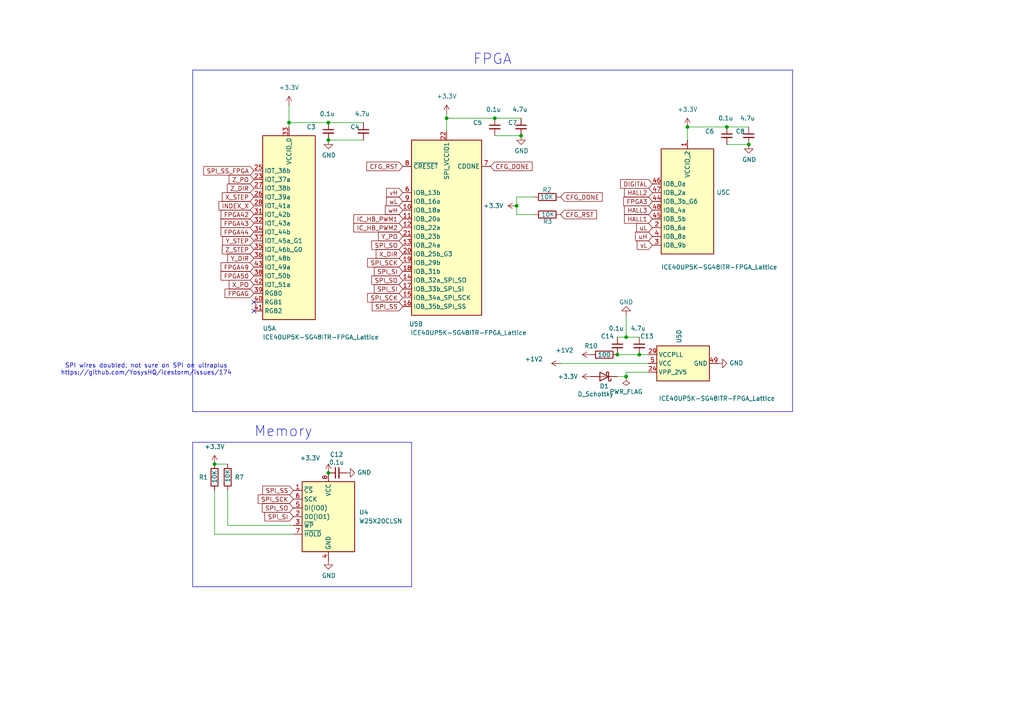
<source format=kicad_sch>
(kicad_sch (version 20231120) (generator "eeschema") (generator_version "8.0")
  (paper "A4")
  (title_block (title "Firestarter ") (date "2024-10-26") (company "Hexastorm") (comment 1 "v1"))
  (lib_symbols
    (symbol "Device:C_Small" (pin_numbers hide) (pin_names (offset 0.254) hide)
      (property "Reference" "C" (at 0.254 1.778 0))
      (property "Value" "C_Small" (at 0.254 -2.032 0))
      (symbol "C_Small_0_1"
        (polyline (pts (xy -1.524 -0.508) (xy 1.524 -0.508)) (stroke (width 0.3302)))
        (polyline (pts (xy -1.524 0.508) (xy 1.524 0.508)) (stroke (width 0.3048)))
      )
      (symbol "C_Small_1_1"
        (pin passive line (at 0 2.54 270) (length 2.032) (name "~") (number "1"))
        (pin passive line (at 0 -2.54 90) (length 2.032) (name "~") (number "2"))
      )
    )
    (symbol "Device:D_Schottky" (pin_numbers hide) (pin_names (offset 1.016) hide)
      (property "Reference" "D" (at 0 2.54 0))
      (property "Value" "D_Schottky" (at 0 -2.54 0))
      (symbol "D_Schottky_0_1"
        (polyline (pts (xy 1.27 0) (xy -1.27 0)))
        (polyline (pts (xy 1.27 1.27) (xy 1.27 -1.27) (xy -1.27 0) (xy 1.27 1.27)) (stroke (width 0.254)))
        (polyline (pts (xy -1.905 0.635) (xy -1.905 1.27) (xy -1.27 1.27) (xy -1.27 -1.27) (xy -0.635 -1.27) (xy -0.635 -0.635)) (stroke (width 0.254)))
      )
      (symbol "D_Schottky_1_1"
        (pin passive line (at -3.81 0 0) (length 2.54) (name "K") (number "1"))
        (pin passive line (at 3.81 0 180) (length 2.54) (name "A") (number "2"))
      )
    )
    (symbol "Device:R" (pin_numbers hide) (pin_names (offset 0))
      (property "Reference" "R" (at 2.032 0 90))
      (property "Value" "R" (at 0 0 90))
      (symbol "R_0_1"
        (rectangle (start -1.016 -2.54) (end 1.016 2.54) (stroke (width 0.254)))
      )
      (symbol "R_1_1"
        (pin passive line (at 0 3.81 270) (length 1.27) (name "~") (number "1"))
        (pin passive line (at 0 -3.81 90) (length 1.27) (name "~") (number "2"))
      )
    )
    (symbol "Memory_Flash:W25X20CLSN"
      (property "Reference" "U" (at -7.62 10.16 0))
      (property "Value" "W25X20CLSN" (at 2.54 10.16 0))
      (symbol "W25X20CLSN_0_1"
        (rectangle (start -7.62 10.16) (end 7.62 -10.16) (stroke (width 0.254)) (fill (type background)))
      )
      (symbol "W25X20CLSN_1_1"
        (pin input line (at -10.16 7.62 0) (length 2.54) (name "~{CS}") (number "1"))
        (pin bidirectional line (at -10.16 0 0) (length 2.54) (name "DO(IO1)") (number "2"))
        (pin bidirectional line (at -10.16 -2.54 0) (length 2.54) (name "~{WP}") (number "3"))
        (pin power_in line (at 0 -12.7 90) (length 2.54) (name "GND") (number "4"))
        (pin bidirectional line (at -10.16 2.54 0) (length 2.54) (name "DI(IO0)") (number "5"))
        (pin input line (at -10.16 5.08 0) (length 2.54) (name "SCK") (number "6"))
        (pin bidirectional line (at -10.16 -5.08 0) (length 2.54) (name "~{HOLD}") (number "7"))
        (pin power_in line (at 0 12.7 270) (length 2.54) (name "VCC") (number "8"))
      )
    )
    (symbol "compute_library:ICE40UP5K-SG48ITR-FPGA_Lattice"
      (property "Reference" "U" (at -8.89 -29.21 0))
      (property "Value" "ICE40UP5K-SG48ITR-FPGA_Lattice" (at 0 -31.75 0))
      (symbol "ICE40UP5K-SG48ITR-FPGA_Lattice_1_1"
        (rectangle (start -7.62 25.4) (end 7.62 -27.94) (stroke (width 0.254)) (fill (type background)))
        (pin bidirectional line (at -10.16 12.7 0) (length 2.54) (name "IOT_37a") (number "23"))
        (pin bidirectional line (at -10.16 15.24 0) (length 2.54) (name "IOT_36b") (number "25"))
        (pin bidirectional line (at -10.16 7.62 0) (length 2.54) (name "IOT_39a") (number "26"))
        (pin bidirectional line (at -10.16 10.16 0) (length 2.54) (name "IOT_38b") (number "27"))
        (pin bidirectional line (at -10.16 5.08 0) (length 2.54) (name "IOT_41a") (number "28"))
        (pin bidirectional line (at -10.16 2.54 0) (length 2.54) (name "IOT_42b") (number "31"))
        (pin bidirectional line (at -10.16 0 0) (length 2.54) (name "IOT_43a") (number "32"))
        (pin power_in line (at 0 27.94 270) (length 2.54) (name "VCCIO_0") (number "33"))
        (pin bidirectional line (at -10.16 -2.54 0) (length 2.54) (name "IOT_44b") (number "34"))
        (pin bidirectional line (at -10.16 -7.62 0) (length 2.54) (name "IOT_46b_G0") (number "35"))
        (pin bidirectional line (at -10.16 -10.16 0) (length 2.54) (name "IOT_48b") (number "36"))
        (pin bidirectional line (at -10.16 -5.08 0) (length 2.54) (name "IOT_45a_G1") (number "37"))
        (pin bidirectional line (at -10.16 -15.24 0) (length 2.54) (name "IOT_50b") (number "38"))
        (pin open_collector line (at -10.16 -20.32 0) (length 2.54) (name "RGB0") (number "39"))
        (pin open_collector line (at -10.16 -22.86 0) (length 2.54) (name "RGB1") (number "40"))
        (pin open_collector line (at -10.16 -25.4 0) (length 2.54) (name "RGB2") (number "41"))
        (pin bidirectional line (at -10.16 -17.78 0) (length 2.54) (name "IOT_51a") (number "42"))
        (pin bidirectional line (at -10.16 -12.7 0) (length 2.54) (name "IOT_49a") (number "43"))
      )
      (symbol "ICE40UP5K-SG48ITR-FPGA_Lattice_2_1"
        (rectangle (start -10.16 25.4) (end 10.16 -25.4) (stroke (width 0.254)) (fill (type background)))
        (pin bidirectional line (at -12.7 5.08 0) (length 2.54) (name "IOB_18a") (number "10"))
        (pin bidirectional line (at -12.7 2.54 0) (length 2.54) (name "IOB_20a") (number "11"))
        (pin bidirectional line (at -12.7 0 0) (length 2.54) (name "IOB_22a") (number "12"))
        (pin bidirectional line (at -12.7 -5.08 0) (length 2.54) (name "IOB_24a") (number "13"))
        (pin bidirectional line (at -12.7 -15.24 0) (length 2.54) (name "IOB_32a_SPI_SO") (number "14"))
        (pin bidirectional line (at -12.7 -20.32 0) (length 2.54) (name "IOB_34a_SPI_SCK") (number "15"))
        (pin bidirectional line (at -12.7 -22.86 0) (length 2.54) (name "IOB_35b_SPI_SS") (number "16"))
        (pin bidirectional line (at -12.7 -17.78 0) (length 2.54) (name "IOB_33b_SPI_SI") (number "17"))
        (pin bidirectional line (at -12.7 -12.7 0) (length 2.54) (name "IOB_31b") (number "18"))
        (pin bidirectional line (at -12.7 -10.16 0) (length 2.54) (name "IOB_29b") (number "19"))
        (pin bidirectional line (at -12.7 -7.62 0) (length 2.54) (name "IOB_25b_G3") (number "20"))
        (pin bidirectional line (at -12.7 -2.54 0) (length 2.54) (name "IOB_23b") (number "21"))
        (pin power_in line (at 0 27.94 270) (length 2.54) (name "SPI_VCCIO1") (number "22"))
        (pin bidirectional line (at -12.7 10.16 0) (length 2.54) (name "IOB_13b") (number "6"))
        (pin open_collector line (at 12.7 17.78 180) (length 2.54) (name "CDONE") (number "7"))
        (pin input line (at -12.7 17.78 0) (length 2.54) (name "~{CRESET}") (number "8"))
        (pin bidirectional line (at -12.7 7.62 0) (length 2.54) (name "IOB_16a") (number "9"))
      )
      (symbol "ICE40UP5K-SG48ITR-FPGA_Lattice_3_1"
        (rectangle (start -7.62 15.24) (end 7.62 -15.24) (stroke (width 0.254)) (fill (type background)))
        (pin power_in line (at 0 17.78 270) (length 2.54) (name "VCCIO_2") (number "1"))
        (pin bidirectional line (at -10.16 -7.62 0) (length 2.54) (name "IOB_6a") (number "2"))
        (pin bidirectional line (at -10.16 -12.7 0) (length 2.54) (name "IOB_9b") (number "3"))
        (pin bidirectional line (at -10.16 -10.16 0) (length 2.54) (name "IOB_8a") (number "4"))
        (pin bidirectional line (at -10.16 0 0) (length 2.54) (name "IOB_3b_G6") (number "44"))
        (pin bidirectional line (at -10.16 -5.08 0) (length 2.54) (name "IOB_5b") (number "45"))
        (pin bidirectional line (at -10.16 5.08 0) (length 2.54) (name "IOB_0a") (number "46"))
        (pin bidirectional line (at -10.16 2.54 0) (length 2.54) (name "IOB_2a") (number "47"))
        (pin bidirectional line (at -10.16 -2.54 0) (length 2.54) (name "IOB_4a") (number "48"))
      )
      (symbol "ICE40UP5K-SG48ITR-FPGA_Lattice_4_1"
        (rectangle (start -5.08 7.62) (end 5.08 -7.62) (stroke (width 0.254)) (fill (type background)))
        (pin power_in line (at -2.54 10.16 270) (length 2.54) (name "VPP_2V5") (number "24"))
        (pin power_out line (at 2.54 10.16 270) (length 2.54) (name "VCCPLL") (number "29"))
        (pin passive line (at 0 10.16 270) (length 2.54) hide (name "VCC") (number "30"))
        (pin power_in line (at 0 -10.16 90) (length 2.54) (name "GND") (number "49"))
        (pin power_in line (at 0 10.16 270) (length 2.54) (name "VCC") (number "5"))
      )
    )
    (symbol "power:+1V2" (power) (pin_numbers hide) (pin_names (offset 0) hide)
      (property "Value" "+1V2" (at 0 3.556 0))
      (symbol "+1V2_0_1"
        (polyline (pts (xy -0.762 1.27) (xy 0 2.54)))
        (polyline (pts (xy 0 0) (xy 0 2.54)))
        (polyline (pts (xy 0 2.54) (xy 0.762 1.27)))
      )
      (symbol "+1V2_1_1"
        (pin power_in line (at 0 0 90) (length 0) (name "~") (number "1"))
      )
    )
    (symbol "power:+3.3V" (power) (pin_numbers hide) (pin_names (offset 0) hide)
      (property "Value" "+3.3V" (at 0 3.556 0))
      (symbol "+3.3V_0_1"
        (polyline (pts (xy -0.762 1.27) (xy 0 2.54)))
        (polyline (pts (xy 0 0) (xy 0 2.54)))
        (polyline (pts (xy 0 2.54) (xy 0.762 1.27)))
      )
      (symbol "+3.3V_1_1"
        (pin power_in line (at 0 0 90) (length 0) (name "~") (number "1"))
      )
    )
    (symbol "power:GND" (power) (pin_numbers hide) (pin_names (offset 0) hide)
      (property "Value" "GND" (at 0 -3.81 0))
      (symbol "GND_0_1"
        (polyline (pts (xy 0 0) (xy 0 -1.27) (xy 1.27 -1.27) (xy 0 -2.54) (xy -1.27 -1.27) (xy 0 -1.27)))
      )
      (symbol "GND_1_1"
        (pin power_in line (at 0 0 270) (length 0) (name "~") (number "1"))
      )
    )
    (symbol "power:PWR_FLAG" (power) (pin_numbers hide) (pin_names (offset 0) hide)
      (property "Value" "PWR_FLAG" (at 0 3.81 0))
      (symbol "PWR_FLAG_0_0"
        (pin power_out line (at 0 0 90) (length 0) (name "~") (number "1"))
      )
      (symbol "PWR_FLAG_0_1"
        (polyline (pts (xy 0 0) (xy 0 1.27) (xy -1.016 1.905) (xy 0 2.54) (xy 1.016 1.905) (xy 0 1.27)))
      )
    )
  )
  (junction (at 83.82 35.56))
  (junction (at 179.07 102.87))
  (junction (at 210.82 36.83))
  (junction (at 181.61 97.79))
  (junction (at 95.25 35.56))
  (junction (at 62.23 134.62))
  (junction (at 185.42 102.87))
  (junction (at 143.51 34.29))
  (junction (at 181.61 109.22))
  (junction (at 199.39 36.83))
  (junction (at 129.54 34.29))
  (junction (at 151.13 39.37))
  (junction (at 95.25 40.64))
  (junction (at 95.25 137.16))
  (junction (at 217.17 41.91))
  (junction (at 149.86 59.69))
  (no_connect (at 73.66 90.17))
  (no_connect (at 73.66 87.63))
  (wire (pts (xy 83.82 36.83) (xy 83.82 35.56)))
  (wire (pts (xy 149.86 57.15) (xy 149.86 59.69)))
  (wire (pts (xy 179.07 102.87) (xy 185.42 102.87)))
  (wire (pts (xy 62.23 154.94) (xy 85.09 154.94)))
  (polyline (pts (xy 55.88 20.32) (xy 229.87 20.32)))
  (wire (pts (xy 181.61 91.44) (xy 181.61 97.79)))
  (wire (pts (xy 210.82 41.91) (xy 217.17 41.91)))
  (polyline (pts (xy 55.88 20.32) (xy 55.88 119.38)))
  (wire (pts (xy 66.04 152.4) (xy 85.09 152.4)))
  (wire (pts (xy 199.39 36.83) (xy 199.39 40.64)))
  (wire (pts (xy 83.82 35.56) (xy 95.25 35.56)))
  (wire (pts (xy 149.86 62.23) (xy 154.94 62.23)))
  (wire (pts (xy 66.04 134.62) (xy 62.23 134.62)))
  (wire (pts (xy 210.82 36.83) (xy 217.17 36.83)))
  (wire (pts (xy 185.42 102.87) (xy 187.96 102.87)))
  (polyline (pts (xy 55.88 128.27) (xy 119.38 128.27)))
  (polyline (pts (xy 229.87 20.32) (xy 229.87 119.38)))
  (wire (pts (xy 129.54 34.29) (xy 143.51 34.29)))
  (wire (pts (xy 143.51 39.37) (xy 151.13 39.37)))
  (wire (pts (xy 179.07 109.22) (xy 181.61 109.22)))
  (wire (pts (xy 129.54 34.29) (xy 129.54 33.02)))
  (wire (pts (xy 181.61 109.22) (xy 181.61 107.95)))
  (wire (pts (xy 62.23 154.94) (xy 62.23 142.24)))
  (polyline (pts (xy 119.38 170.18) (xy 55.88 170.18)))
  (wire (pts (xy 95.25 35.56) (xy 105.41 35.56)))
  (wire (pts (xy 154.94 57.15) (xy 149.86 57.15)))
  (wire (pts (xy 149.86 59.69) (xy 149.86 62.23)))
  (wire (pts (xy 162.56 105.41) (xy 187.96 105.41)))
  (wire (pts (xy 143.51 34.29) (xy 151.13 34.29)))
  (wire (pts (xy 179.07 97.79) (xy 181.61 97.79)))
  (polyline (pts (xy 55.88 128.27) (xy 55.88 170.18)))
  (wire (pts (xy 105.41 40.64) (xy 95.25 40.64)))
  (wire (pts (xy 181.61 97.79) (xy 185.42 97.79)))
  (wire (pts (xy 181.61 107.95) (xy 187.96 107.95)))
  (polyline (pts (xy 119.38 128.27) (xy 119.38 170.18)))
  (wire (pts (xy 83.82 35.56) (xy 83.82 30.48)))
  (wire (pts (xy 66.04 142.24) (xy 66.04 152.4)))
  (wire (pts (xy 199.39 36.83) (xy 210.82 36.83)))
  (polyline (pts (xy 229.87 119.38) (xy 55.88 119.38)))
  (wire (pts (xy 129.54 38.1) (xy 129.54 34.29)))
  (text "FPGA" (at 137.16 19.05 0) (effects (font (size 3 3)) (justify left bottom)))
  (text "SPI wires doubled, not sure on SPI on ultraplus\nhttps://github.com/YosysHQ/icestorm/issues/174" (at 42.418 107.188 0) (effects (font (size 1.27 1.27))))
  (text "Memory" (at 73.66 127 0) (effects (font (size 3 3)) (justify left bottom)))
  (global_label "CFG_DONE" (shape input) (at 162.56 57.15 0) (property "Intersheetrefs" "${INTERSHEET_REFS}" (effects (hide yes))))
  (global_label "SPI_SO" (shape input) (at 116.84 81.28 180) (property "Intersheetrefs" "${INTERSHEET_REFS}" (effects (hide yes))))
  (global_label "Z_PO" (shape input) (at 73.66 52.07 180) (property "Intersheetrefs" "${INTERSHEET_REFS}" (effects (hide yes))))
  (global_label "FPGA44" (shape input) (at 73.66 67.31 180) (property "Intersheetrefs" "${INTERSHEET_REFS}" (effects (hide yes))))
  (global_label "FPGA3" (shape input) (at 189.23 58.42 180) (property "Intersheetrefs" "${INTERSHEET_REFS}" (effects (hide yes))))
  (global_label "FPGA50" (shape input) (at 73.66 80.01 180) (property "Intersheetrefs" "${INTERSHEET_REFS}" (effects (hide yes))))
  (global_label "CFG_DONE" (shape input) (at 142.24 48.26 0) (property "Intersheetrefs" "${INTERSHEET_REFS}" (effects (hide yes))))
  (global_label "FPGA49" (shape input) (at 73.66 77.47 180) (property "Intersheetrefs" "${INTERSHEET_REFS}" (effects (hide yes))))
  (global_label "CFG_RST" (shape input) (at 116.84 48.26 180) (property "Intersheetrefs" "${INTERSHEET_REFS}" (effects (hide yes))))
  (global_label "uL" (shape input) (at 189.23 66.04 180) (property "Intersheetrefs" "${INTERSHEET_REFS}" (effects (hide yes))))
  (global_label "vH" (shape input) (at 116.84 55.88 180) (property "Intersheetrefs" "${INTERSHEET_REFS}" (effects (hide yes))))
  (global_label "HALL2" (shape input) (at 189.23 55.88 180) (property "Intersheetrefs" "${INTERSHEET_REFS}" (effects (hide yes))))
  (global_label "FPGAG" (shape input) (at 73.66 85.09 180) (property "Intersheetrefs" "${INTERSHEET_REFS}" (effects (hide yes))))
  (global_label "SPI_SCK" (shape input) (at 116.84 86.36 180) (property "Intersheetrefs" "${INTERSHEET_REFS}" (effects (hide yes))))
  (global_label "wL" (shape input) (at 116.84 58.42 180) (property "Intersheetrefs" "${INTERSHEET_REFS}" (effects (hide yes))))
  (global_label "Y_PO" (shape input) (at 116.84 68.58 180) (property "Intersheetrefs" "${INTERSHEET_REFS}" (effects (hide yes))))
  (global_label "Z_DIR" (shape input) (at 73.66 54.61 180) (property "Intersheetrefs" "${INTERSHEET_REFS}" (effects (hide yes))))
  (global_label "wH" (shape input) (at 116.84 60.96 180) (property "Intersheetrefs" "${INTERSHEET_REFS}" (effects (hide yes))))
  (global_label "Y_DIR" (shape input) (at 73.66 74.93 180) (property "Intersheetrefs" "${INTERSHEET_REFS}" (effects (hide yes))))
  (global_label "SPI_SCK" (shape input) (at 116.84 76.2 180) (property "Intersheetrefs" "${INTERSHEET_REFS}" (effects (hide yes))))
  (global_label "DIGITAL" (shape input) (at 189.23 53.34 180) (property "Intersheetrefs" "${INTERSHEET_REFS}" (effects (hide yes))))
  (global_label "SPI_SI" (shape input) (at 116.84 83.82 180) (property "Intersheetrefs" "${INTERSHEET_REFS}" (effects (hide yes))))
  (global_label "vL" (shape input) (at 189.23 71.12 180) (property "Intersheetrefs" "${INTERSHEET_REFS}" (effects (hide yes))))
  (global_label "IC_HB_PWM1" (shape input) (at 116.84 63.5 180) (property "Intersheetrefs" "${INTERSHEET_REFS}" (effects (hide yes))))
  (global_label "SPI_SI" (shape input) (at 85.09 149.86 180) (property "Intersheetrefs" "${INTERSHEET_REFS}" (effects (hide yes))))
  (global_label "FPGA42" (shape input) (at 73.66 62.23 180) (property "Intersheetrefs" "${INTERSHEET_REFS}" (effects (hide yes))))
  (global_label "SPI_SCK" (shape input) (at 85.09 144.78 180) (property "Intersheetrefs" "${INTERSHEET_REFS}" (effects (hide yes))))
  (global_label "X_DIR" (shape input) (at 116.84 73.66 180) (property "Intersheetrefs" "${INTERSHEET_REFS}" (effects (hide yes))))
  (global_label "X_PO" (shape input) (at 73.66 82.55 180) (property "Intersheetrefs" "${INTERSHEET_REFS}" (effects (hide yes))))
  (global_label "CFG_RST" (shape input) (at 162.56 62.23 0) (property "Intersheetrefs" "${INTERSHEET_REFS}" (effects (hide yes))))
  (global_label "SPI_SS" (shape input) (at 85.09 142.24 180) (property "Intersheetrefs" "${INTERSHEET_REFS}" (effects (hide yes))))
  (global_label "X_STEP" (shape input) (at 73.66 57.15 180) (property "Intersheetrefs" "${INTERSHEET_REFS}" (effects (hide yes))))
  (global_label "SPI_SI" (shape input) (at 116.84 78.74 180) (property "Intersheetrefs" "${INTERSHEET_REFS}" (effects (hide yes))))
  (global_label "HALL1" (shape input) (at 189.23 63.5 180) (property "Intersheetrefs" "${INTERSHEET_REFS}" (effects (hide yes))))
  (global_label "Y_STEP" (shape input) (at 73.66 69.85 180) (property "Intersheetrefs" "${INTERSHEET_REFS}" (effects (hide yes))))
  (global_label "INDEX_X" (shape input) (at 73.66 59.69 180) (property "Intersheetrefs" "${INTERSHEET_REFS}" (effects (hide yes))))
  (global_label "SPI_SS_FPGA" (shape input) (at 73.66 49.53 180) (property "Intersheetrefs" "${INTERSHEET_REFS}" (effects (hide yes))))
  (global_label "uH" (shape input) (at 189.23 68.58 180) (property "Intersheetrefs" "${INTERSHEET_REFS}" (effects (hide yes))))
  (global_label "Z_STEP" (shape input) (at 73.66 72.39 180) (property "Intersheetrefs" "${INTERSHEET_REFS}" (effects (hide yes))))
  (global_label "SPI_SO" (shape input) (at 116.84 71.12 180) (property "Intersheetrefs" "${INTERSHEET_REFS}" (effects (hide yes))))
  (global_label "HALL3" (shape input) (at 189.23 60.96 180) (property "Intersheetrefs" "${INTERSHEET_REFS}" (effects (hide yes))))
  (global_label "IC_HB_PWM2" (shape input) (at 116.84 66.04 180) (property "Intersheetrefs" "${INTERSHEET_REFS}" (effects (hide yes))))
  (global_label "SPI_SS" (shape input) (at 116.84 88.9 180) (property "Intersheetrefs" "${INTERSHEET_REFS}" (effects (hide yes))))
  (global_label "FPGA43" (shape input) (at 73.66 64.77 180) (property "Intersheetrefs" "${INTERSHEET_REFS}" (effects (hide yes))))
  (global_label "SPI_SO" (shape input) (at 85.09 147.32 180) (property "Intersheetrefs" "${INTERSHEET_REFS}" (effects (hide yes))))
  (symbol (lib_id "compute_library:ICE40UP5K-SG48ITR-FPGA_Lattice") (at 199.39 58.42 0) (unit 3)
    (property "Reference" "U5" (at 207.772 55.8038 0) (effects (justify left)))
    (property "Value" "ICE40UP5K-SG48ITR-FPGA_Lattice" (at 191.77 77.47 0) (effects (justify left)))
    (property "Footprint" "footprints:QFN-48-1EP_7x7mm_P0.5mm_EP5.6x5.6mm" (effects (hide yes)))
    (property "manf#" "ICE40UP5K-SG48I" (effects (hide yes)))
    (property "mouser#" "842-ICE40UP5K-SG48I" (effects (hide yes)))
  )
  (symbol (lib_id "Device:R") (at 158.75 57.15 90) (unit 1)
    (property "Reference" "R2" (at 160.02 55.118 90) (effects (justify left)))
    (property "Value" "10K" (at 160.528 57.15 90) (effects (justify left)))
    (property "Footprint" "Resistor_SMD:R_0805_2012Metric" (effects (hide yes)))
    (property "farnell#" "2826162" (effects (hide yes)))
    (property "manf#" "CRCW080510K0JNEAC" (effects (hide yes)))
    (property "mouser#" "71-CRCW080510K0JNEAC" (effects (hide yes)))
  )
  (symbol (lib_id "Device:R") (at 158.75 62.23 270) (unit 1)
    (property "Reference" "R3" (at 157.48 64.262 90) (effects (justify left)))
    (property "Value" "10K" (at 156.972 62.23 90) (effects (justify left)))
    (property "Footprint" "Resistor_SMD:R_0805_2012Metric" (effects (hide yes)))
    (property "farnell#" "2826162" (effects (hide yes)))
    (property "manf#" "CRCW080510K0JNEAC" (effects (hide yes)))
    (property "mouser#" "71-CRCW080510K0JNEAC" (effects (hide yes)))
  )
  (symbol (lib_id "power:+1V2") (at 171.45 102.87 90) (unit 1)
    (property "Reference" "#PWR026" (effects (hide yes)))
    (property "Value" "+1V2" (at 166.37 101.6 90) (effects (justify left)))
    (property "Description" "Power symbol creates a global label with name \"+1V2\"" (effects (hide yes)))
  )
  (symbol (lib_id "power:+3.3V") (at 83.82 30.48 0) (unit 1)
    (property "Reference" "#PWR016" (effects (hide yes)))
    (property "Value" "+3.3V" (at 83.82 25.4 0))
    (property "Description" "Power symbol creates a global label with name \"+3.3V\"" (effects (hide yes)))
  )
  (symbol (lib_id "power:+1V2") (at 162.56 105.41 90) (unit 1)
    (property "Reference" "#PWR023" (effects (hide yes)))
    (property "Value" "+1V2" (at 157.48 104.14 90) (effects (justify left)))
    (property "Description" "Power symbol creates a global label with name \"+1V2\"" (effects (hide yes)))
  )
  (symbol (lib_id "power:+3.3V") (at 62.23 134.62 0) (unit 1)
    (property "Reference" "#PWR013" (effects (hide yes)))
    (property "Value" "+3.3V" (at 62.23 129.54 0))
    (property "Description" "Power symbol creates a global label with name \"+3.3V\"" (effects (hide yes)))
  )
  (symbol (lib_id "power:+3.3V") (at 149.86 59.69 90) (unit 1)
    (property "Reference" "#PWR014" (effects (hide yes)))
    (property "Value" "+3.3V" (at 146.05 59.6899 90) (effects (justify left)))
    (property "Description" "Power symbol creates a global label with name \"+3.3V\"" (effects (hide yes)))
  )
  (symbol (lib_id "Device:D_Schottky") (at 175.26 109.22 180) (unit 1)
    (property "Reference" "D1" (at 175.26 112.014 0))
    (property "Value" "D_Schottky" (at 172.72 114.3 0))
    (property "Footprint" "Diode_SMD:D_SOD-323_HandSoldering" (effects (hide yes)))
    (property "manf#" "SD103AWS-E3-08" (effects (hide yes)))
    (property "farnell#" "2393466" (effects (hide yes)))
    (property "mouser#" "78-SD103AWS-HE3-18" (effects (hide yes)))
  )
  (symbol (lib_id "compute_library:ICE40UP5K-SG48ITR-FPGA_Lattice") (at 198.12 105.41 90) (unit 4)
    (property "Reference" "U5" (at 196.9516 99.568 0) (effects (justify left)))
    (property "Value" "ICE40UP5K-SG48ITR-FPGA_Lattice" (at 224.79 115.57 90) (effects (justify left)))
    (property "Footprint" "footprints:QFN-48-1EP_7x7mm_P0.5mm_EP5.6x5.6mm" (effects (hide yes)))
    (property "manf#" "ICE40UP5K-SG48I" (effects (hide yes)))
    (property "mouser#" "842-ICE40UP5K-SG48I" (effects (hide yes)))
  )
  (symbol (lib_id "Memory_Flash:W25X20CLSN") (at 95.25 149.86 0) (unit 1)
    (property "Reference" "U4" (at 104.14 148.5899 0) (effects (justify left)))
    (property "Value" "W25X20CLSN" (at 104.14 151.1299 0) (effects (justify left)))
    (property "Footprint" "Package_SO:SOIC-8_3.9x4.9mm_P1.27mm" (effects (hide yes)))
    (property "Datasheet" "https://www.winbond.com/resource-files/w25x20cl_revf%2020150806.pdf" (effects (hide yes)))
    (property "Description" "2Mbit Serial Flash memory, dual I/O SPI, SOIC-8" (effects (hide yes)))
    (property "OLDFootprint" "sockets_scanhead:SOIC-8W_5.3x5.3mm_P1.27mm" (effects (hide yes)))
    (property "mouser#" "454-W25X20CLSNIG" (effects (hide yes)))
    (property "manf#" "W25X20CLSNIG" (effects (hide yes)))
  )
  (symbol (lib_id "Device:C_Small") (at 97.79 137.16 90) (unit 1)
    (property "Reference" "C12" (at 99.568 131.826 90) (effects (justify left)))
    (property "Value" "0.1u" (at 99.822 134.112 90) (effects (justify left)))
    (property "Footprint" "Capacitor_SMD:C_0805_2012Metric_Pad1.18x1.45mm_HandSolder" (effects (hide yes)))
    (property "manf#" "C0805C104J5RACTU" (effects (hide yes)))
    (property "mouser#" "80-C0805C104J5R" (effects (hide yes)))
    (property "farnell#" "1414663" (effects (hide yes)))
  )
  (symbol (lib_id "Device:C_Small") (at 210.82 39.37 0) (unit 1)
    (property "Reference" "C6" (at 204.47 38.1 0) (effects (justify left)))
    (property "Value" "0.1u" (at 208.28 34.29 0) (effects (justify left)))
    (property "Footprint" "Capacitor_SMD:C_0805_2012Metric_Pad1.18x1.45mm_HandSolder" (effects (hide yes)))
    (property "manf#" "C0805C104J5RACTU" (effects (hide yes)))
    (property "mouser#" "80-C0805C104J5R" (effects (hide yes)))
    (property "farnell#" "1414663" (effects (hide yes)))
  )
  (symbol (lib_id "Device:C_Small") (at 105.41 38.1 0) (unit 1)
    (property "Reference" "C4" (at 101.6 36.83 0) (effects (justify left)))
    (property "Value" "4.7u" (at 102.87 33.02 0) (effects (justify left)))
    (property "Footprint" "Capacitor_SMD:C_0805_2012Metric_Pad1.18x1.45mm_HandSolder" (effects (hide yes)))
    (property "manf#" "GRM21BR61H475KE51L" (effects (hide yes)))
    (property "farnell#" "2611942" (effects (hide yes)))
    (property "mouser#" "81-GRM21BR61H475KE1L" (effects (hide yes)))
  )
  (symbol (lib_id "power:PWR_FLAG") (at 181.61 109.22 180) (unit 1)
    (property "Reference" "#FLG04" (effects (hide yes)))
    (property "Value" "PWR_FLAG" (at 181.61 113.6142 0))
    (property "Description" "Special symbol for telling ERC where power comes from" (effects (hide yes)))
  )
  (symbol (lib_id "Device:C_Small") (at 151.13 36.83 0) (unit 1)
    (property "Reference" "C7" (at 147.32 35.56 0) (effects (justify left)))
    (property "Value" "4.7u" (at 148.59 31.75 0) (effects (justify left)))
    (property "Footprint" "Capacitor_SMD:C_0805_2012Metric_Pad1.18x1.45mm_HandSolder" (effects (hide yes)))
    (property "manf#" "GRM21BR61H475KE51L" (effects (hide yes)))
    (property "farnell#" "2611942" (effects (hide yes)))
    (property "mouser#" "81-GRM21BR61H475KE1L" (effects (hide yes)))
  )
  (symbol (lib_id "compute_library:ICE40UP5K-SG48ITR-FPGA_Lattice") (at 83.82 64.77 0) (unit 1)
    (property "Reference" "U5" (at 76.2 95.25 0) (effects (justify left)))
    (property "Value" "ICE40UP5K-SG48ITR-FPGA_Lattice" (at 76.2 97.79 0) (effects (justify left)))
    (property "Footprint" "footprints:QFN-48-1EP_7x7mm_P0.5mm_EP5.6x5.6mm" (effects (hide yes)))
    (property "manf#" "ICE40UP5K-SG48I" (effects (hide yes)))
    (property "mouser#" "842-ICE40UP5K-SG48I" (effects (hide yes)))
  )
  (symbol (lib_id "Device:C_Small") (at 185.42 100.33 0) (unit 1)
    (property "Reference" "C13" (at 185.674 97.536 0) (effects (justify left)))
    (property "Value" "4.7u" (at 182.88 95.25 0) (effects (justify left)))
    (property "Footprint" "Capacitor_SMD:C_0805_2012Metric_Pad1.18x1.45mm_HandSolder" (effects (hide yes)))
    (property "manf#" "GRM21BR61H475KE51L" (effects (hide yes)))
    (property "farnell#" "2611942" (effects (hide yes)))
    (property "mouser#" "81-GRM21BR61H475KE1L" (effects (hide yes)))
  )
  (symbol (lib_id "power:GND") (at 208.28 105.41 90) (unit 1)
    (property "Reference" "#PWR046" (effects (hide yes)))
    (property "Value" "GND" (at 211.5312 105.283 90) (effects (justify right)))
    (property "Description" "Power symbol creates a global label with name \"GND\" , ground" (effects (hide yes)))
  )
  (symbol (lib_id "power:+3.3V") (at 95.25 137.16 0) (unit 1)
    (property "Reference" "#PWR031" (effects (hide yes)))
    (property "Value" "+3.3V" (at 89.916 132.842 0))
    (property "Description" "Power symbol creates a global label with name \"+3.3V\"" (effects (hide yes)))
  )
  (symbol (lib_id "Device:C_Small") (at 95.25 38.1 0) (unit 1)
    (property "Reference" "C3" (at 88.9 36.83 0) (effects (justify left)))
    (property "Value" "0.1u" (at 92.71 33.02 0) (effects (justify left)))
    (property "Footprint" "Capacitor_SMD:C_0805_2012Metric_Pad1.18x1.45mm_HandSolder" (effects (hide yes)))
    (property "manf#" "C0805C104J5RACTU" (effects (hide yes)))
    (property "mouser#" "80-C0805C104J5R" (effects (hide yes)))
    (property "farnell#" "1414663" (effects (hide yes)))
  )
  (symbol (lib_id "Device:R") (at 66.04 138.43 0) (unit 1)
    (property "Reference" "R7" (at 68.072 138.43 0) (effects (justify left)))
    (property "Value" "10K" (at 66.04 139.954 90) (effects (justify left)))
    (property "Footprint" "Resistor_SMD:R_0805_2012Metric" (effects (hide yes)))
    (property "farnell#" "2826162" (effects (hide yes)))
    (property "manf#" "CRCW080510K0JNEAC" (effects (hide yes)))
    (property "mouser#" "71-CRCW080510K0JNEAC" (effects (hide yes)))
  )
  (symbol (lib_id "power:GND") (at 151.13 39.37 0) (unit 1)
    (property "Reference" "#PWR021" (effects (hide yes)))
    (property "Value" "GND" (at 151.257 43.7642 0))
    (property "Description" "Power symbol creates a global label with name \"GND\" , ground" (effects (hide yes)))
  )
  (symbol (lib_id "Device:C_Small") (at 143.51 36.83 0) (unit 1)
    (property "Reference" "C5" (at 137.16 35.56 0) (effects (justify left)))
    (property "Value" "0.1u" (at 140.97 31.75 0) (effects (justify left)))
    (property "Footprint" "Capacitor_SMD:C_0805_2012Metric_Pad1.18x1.45mm_HandSolder" (effects (hide yes)))
    (property "manf#" "C0805C104J5RACTU" (effects (hide yes)))
    (property "mouser#" "80-C0805C104J5R" (effects (hide yes)))
    (property "farnell#" "1414663" (effects (hide yes)))
  )
  (symbol (lib_id "power:GND") (at 181.61 91.44 180) (unit 1)
    (property "Reference" "#PWR028" (effects (hide yes)))
    (property "Value" "GND" (at 181.61 87.63 0))
    (property "Description" "Power symbol creates a global label with name \"GND\" , ground" (effects (hide yes)))
  )
  (symbol (lib_id "power:GND") (at 217.17 41.91 0) (unit 1)
    (property "Reference" "#PWR052" (effects (hide yes)))
    (property "Value" "GND" (at 217.297 46.3042 0))
    (property "Description" "Power symbol creates a global label with name \"GND\" , ground" (effects (hide yes)))
  )
  (symbol (lib_id "power:GND") (at 95.25 40.64 0) (unit 1)
    (property "Reference" "#PWR015" (effects (hide yes)))
    (property "Value" "GND" (at 95.377 45.0342 0))
    (property "Description" "Power symbol creates a global label with name \"GND\" , ground" (effects (hide yes)))
  )
  (symbol (lib_id "power:+3.3V") (at 199.39 36.83 0) (unit 1)
    (property "Reference" "#PWR040" (effects (hide yes)))
    (property "Value" "+3.3V" (at 199.39 31.75 0))
    (property "Description" "Power symbol creates a global label with name \"+3.3V\"" (effects (hide yes)))
  )
  (symbol (lib_id "power:+3.3V") (at 129.54 33.02 0) (unit 1)
    (property "Reference" "#PWR034" (effects (hide yes)))
    (property "Value" "+3.3V" (at 129.54 27.94 0))
    (property "Description" "Power symbol creates a global label with name \"+3.3V\"" (effects (hide yes)))
  )
  (symbol (lib_id "power:GND") (at 100.33 137.16 90) (unit 1)
    (property "Reference" "#PWR018" (effects (hide yes)))
    (property "Value" "GND" (at 103.5812 137.033 90) (effects (justify right)))
    (property "Description" "Power symbol creates a global label with name \"GND\" , ground" (effects (hide yes)))
  )
  (symbol (lib_id "power:+3.3V") (at 171.45 109.22 90) (unit 1)
    (property "Reference" "#PWR030" (effects (hide yes)))
    (property "Value" "+3.3V" (at 167.64 109.2199 90) (effects (justify left)))
    (property "Description" "Power symbol creates a global label with name \"+3.3V\"" (effects (hide yes)))
  )
  (symbol (lib_id "Device:C_Small") (at 217.17 39.37 0) (unit 1)
    (property "Reference" "C8" (at 213.36 38.1 0) (effects (justify left)))
    (property "Value" "4.7u" (at 214.63 34.29 0) (effects (justify left)))
    (property "Footprint" "Capacitor_SMD:C_0805_2012Metric_Pad1.18x1.45mm_HandSolder" (effects (hide yes)))
    (property "manf#" "GRM21BR61H475KE51L" (effects (hide yes)))
    (property "farnell#" "2611942" (effects (hide yes)))
    (property "mouser#" "81-GRM21BR61H475KE1L" (effects (hide yes)))
  )
  (symbol (lib_id "Device:R") (at 175.26 102.87 90) (unit 1)
    (property "Reference" "R10" (at 171.45 100.33 90))
    (property "Value" "100" (at 175.26 102.87 90))
    (property "Footprint" "Resistor_SMD:R_0805_2012Metric_Pad1.20x1.40mm_HandSolder" (effects (hide yes)))
    (property "manf#" "CRCW0805100RFKTA" (effects (hide yes)))
    (property "mouser#" "71-CRCW0805-100" (effects (hide yes)))
    (property "farnell#" "1652906" (effects (hide yes)))
  )
  (symbol (lib_id "power:GND") (at 95.25 162.56 0) (unit 1)
    (property "Reference" "#PWR017" (effects (hide yes)))
    (property "Value" "GND" (at 95.377 166.9542 0))
    (property "Description" "Power symbol creates a global label with name \"GND\" , ground" (effects (hide yes)))
  )
  (symbol (lib_id "Device:C_Small") (at 179.07 100.33 0) (unit 1)
    (property "Reference" "C14" (at 174.244 97.536 0) (effects (justify left)))
    (property "Value" "0.1u" (at 176.53 95.25 0) (effects (justify left)))
    (property "Footprint" "Capacitor_SMD:C_0805_2012Metric_Pad1.18x1.45mm_HandSolder" (effects (hide yes)))
    (property "manf#" "C0805C104J5RACTU" (effects (hide yes)))
    (property "mouser#" "80-C0805C104J5R" (effects (hide yes)))
    (property "farnell#" "1414663" (effects (hide yes)))
  )
  (symbol (lib_id "compute_library:ICE40UP5K-SG48ITR-FPGA_Lattice") (at 129.54 66.04 0) (unit 2)
    (property "Reference" "U5" (at 120.65 93.98 0))
    (property "Value" "ICE40UP5K-SG48ITR-FPGA_Lattice" (at 135.89 96.52 0))
    (property "Footprint" "footprints:QFN-48-1EP_7x7mm_P0.5mm_EP5.6x5.6mm" (effects (hide yes)))
    (property "manf#" "ICE40UP5K-SG48I" (effects (hide yes)))
    (property "mouser#" "842-ICE40UP5K-SG48I" (effects (hide yes)))
  )
  (symbol (lib_id "Device:R") (at 62.23 138.43 0) (unit 1)
    (property "Reference" "R1" (at 57.658 138.43 0) (effects (justify left)))
    (property "Value" "10K" (at 62.23 140.208 90) (effects (justify left)))
    (property "Footprint" "Resistor_SMD:R_0805_2012Metric" (effects (hide yes)))
    (property "farnell#" "2826162" (effects (hide yes)))
    (property "manf#" "CRCW080510K0JNEAC" (effects (hide yes)))
    (property "mouser#" "71-CRCW080510K0JNEAC" (effects (hide yes)))
  )
)
</source>
